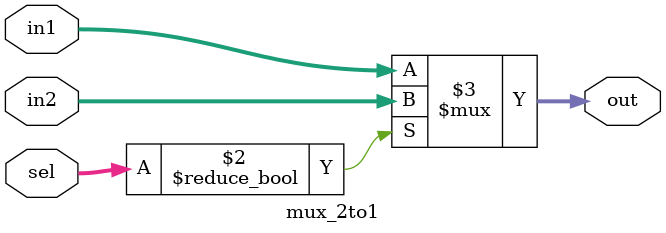
<source format=sv>
module mux_2to1(
  input logic[3:0] in1,
  input logic[3:0] in2,
  input logic[3:0] sel,
  output logic[3:0] out
);
  
  //conditional operator(?:) for mux
  always_comb begin
    out = sel ? in2 : in1;
  end
endmodule
</source>
